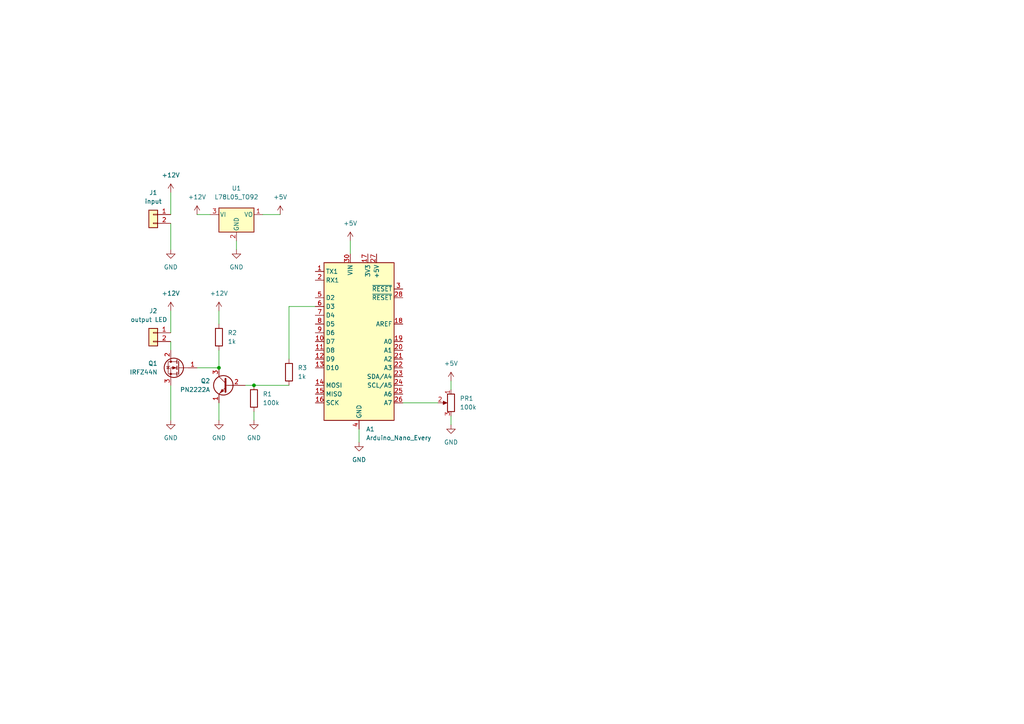
<source format=kicad_sch>
(kicad_sch (version 20230121) (generator eeschema)
  (paper "A4")
  (lib_symbols
    (symbol "Connector_Generic:Conn_01x02" (pin_names (offset 1.016) hide)
      (property "Reference" "J" (at 0 2.54 0))
      (property "Value" "Conn_01x02" (at 0 -5.08 0))
      (symbol "Conn_01x02_1_1"
        (rectangle (start -1.27 -2.413) (end 0 -2.667) (stroke (width 0.1524)))
        (rectangle (start -1.27 0.127) (end 0 -0.127) (stroke (width 0.1524)))
        (rectangle (start -1.27 1.27) (end 1.27 -3.81) (stroke (width 0.254)) (fill (type background)))
        (pin passive line (at -5.08 0 0) (length 3.81) (name "Pin_1") (number "1"))
        (pin passive line (at -5.08 -2.54 0) (length 3.81) (name "Pin_2") (number "2"))
      )
    )
    (symbol "Device:R" (pin_numbers hide) (pin_names (offset 0))
      (property "Reference" "R" (at 2.032 0 90))
      (property "Value" "R" (at 0 0 90))
      (symbol "R_0_1"
        (rectangle (start -1.016 -2.54) (end 1.016 2.54) (stroke (width 0.254)))
      )
      (symbol "R_1_1"
        (pin passive line (at 0 3.81 270) (length 1.27) (name "~") (number "1"))
        (pin passive line (at 0 -3.81 90) (length 1.27) (name "~") (number "2"))
      )
    )
    (symbol "Device:R_Potentiometer" (pin_names (offset 1.016) hide)
      (property "Reference" "RV" (at -4.445 0 90))
      (property "Value" "R_Potentiometer" (at -2.54 0 90))
      (symbol "R_Potentiometer_0_1"
        (polyline (pts (xy 2.54 0) (xy 1.524 0)))
        (polyline (pts (xy 1.143 0) (xy 2.286 0.508) (xy 2.286 -0.508) (xy 1.143 0)) (fill (type outline)))
        (rectangle (start 1.016 2.54) (end -1.016 -2.54) (stroke (width 0.254)))
      )
      (symbol "R_Potentiometer_1_1"
        (pin passive line (at 0 3.81 270) (length 1.27) (name "1") (number "1"))
        (pin passive line (at 3.81 0 180) (length 1.27) (name "2") (number "2"))
        (pin passive line (at 0 -3.81 90) (length 1.27) (name "3") (number "3"))
      )
    )
    (symbol "MCU_Module:Arduino_Nano_Every"
      (property "Reference" "A" (at -10.16 23.495 0))
      (property "Value" "Arduino_Nano_Every" (at 5.08 -24.13 0))
      (symbol "Arduino_Nano_Every_0_1"
        (rectangle (start -10.16 22.86) (end 10.16 -22.86) (stroke (width 0.254)) (fill (type background)))
      )
      (symbol "Arduino_Nano_Every_1_1"
        (pin bidirectional line (at -12.7 20.32 0) (length 2.54) (name "TX1") (number "1"))
        (pin bidirectional line (at -12.7 0 0) (length 2.54) (name "D7") (number "10"))
        (pin bidirectional line (at -12.7 -2.54 0) (length 2.54) (name "D8") (number "11"))
        (pin bidirectional line (at -12.7 -5.08 0) (length 2.54) (name "D9") (number "12"))
        (pin bidirectional line (at -12.7 -7.62 0) (length 2.54) (name "D10") (number "13"))
        (pin bidirectional line (at -12.7 -12.7 0) (length 2.54) (name "MOSI") (number "14"))
        (pin bidirectional line (at -12.7 -15.24 0) (length 2.54) (name "MISO") (number "15"))
        (pin bidirectional line (at -12.7 -17.78 0) (length 2.54) (name "SCK") (number "16"))
        (pin power_out line (at 2.54 25.4 270) (length 2.54) (name "3V3") (number "17"))
        (pin input line (at 12.7 5.08 180) (length 2.54) (name "AREF") (number "18"))
        (pin bidirectional line (at 12.7 0 180) (length 2.54) (name "A0") (number "19"))
        (pin bidirectional line (at -12.7 17.78 0) (length 2.54) (name "RX1") (number "2"))
        (pin bidirectional line (at 12.7 -2.54 180) (length 2.54) (name "A1") (number "20"))
        (pin bidirectional line (at 12.7 -5.08 180) (length 2.54) (name "A2") (number "21"))
        (pin bidirectional line (at 12.7 -7.62 180) (length 2.54) (name "A3") (number "22"))
        (pin bidirectional line (at 12.7 -10.16 180) (length 2.54) (name "SDA/A4") (number "23"))
        (pin bidirectional line (at 12.7 -12.7 180) (length 2.54) (name "SCL/A5") (number "24"))
        (pin bidirectional line (at 12.7 -15.24 180) (length 2.54) (name "A6") (number "25"))
        (pin bidirectional line (at 12.7 -17.78 180) (length 2.54) (name "A7") (number "26"))
        (pin power_out line (at 5.08 25.4 270) (length 2.54) (name "+5V") (number "27"))
        (pin input line (at 12.7 12.7 180) (length 2.54) (name "~{RESET}") (number "28"))
        (pin passive line (at 0 -25.4 90) (length 2.54) hide (name "GND") (number "29"))
        (pin input line (at 12.7 15.24 180) (length 2.54) (name "~{RESET}") (number "3"))
        (pin power_in line (at -2.54 25.4 270) (length 2.54) (name "VIN") (number "30"))
        (pin power_in line (at 0 -25.4 90) (length 2.54) (name "GND") (number "4"))
        (pin bidirectional line (at -12.7 12.7 0) (length 2.54) (name "D2") (number "5"))
        (pin bidirectional line (at -12.7 10.16 0) (length 2.54) (name "D3") (number "6"))
        (pin bidirectional line (at -12.7 7.62 0) (length 2.54) (name "D4") (number "7"))
        (pin bidirectional line (at -12.7 5.08 0) (length 2.54) (name "D5") (number "8"))
        (pin bidirectional line (at -12.7 2.54 0) (length 2.54) (name "D6") (number "9"))
      )
    )
    (symbol "Regulator_Linear:L78L05_TO92" (pin_names (offset 0.254))
      (property "Reference" "U" (at -3.81 3.175 0))
      (property "Value" "L78L05_TO92" (at 0 3.175 0))
      (symbol "L78L05_TO92_0_1"
        (rectangle (start -5.08 -5.08) (end 5.08 1.905) (stroke (width 0.254)) (fill (type background)))
      )
      (symbol "L78L05_TO92_1_1"
        (pin power_out line (at 7.62 0 180) (length 2.54) (name "VO") (number "1"))
        (pin power_in line (at 0 -7.62 90) (length 2.54) (name "GND") (number "2"))
        (pin power_in line (at -7.62 0 0) (length 2.54) (name "VI") (number "3"))
      )
    )
    (symbol "Transistor_BJT:PN2222A" (pin_names (offset 0) hide)
      (property "Reference" "Q" (at 5.08 1.905 0))
      (property "Value" "PN2222A" (at 5.08 0 0))
      (symbol "PN2222A_0_1"
        (polyline (pts (xy 0 0) (xy 0.635 0)))
        (polyline (pts (xy 2.54 -2.54) (xy 0.635 -0.635)))
        (polyline (pts (xy 2.54 2.54) (xy 0.635 0.635)))
        (polyline (pts (xy 0.635 1.905) (xy 0.635 -1.905) (xy 0.635 -1.905)) (stroke (width 0.508)))
        (polyline (pts (xy 2.413 -2.413) (xy 1.905 -1.905) (xy 1.905 -1.905)))
        (polyline (pts (xy 1.143 -1.651) (xy 1.651 -1.143) (xy 2.159 -2.159) (xy 1.143 -1.651) (xy 1.143 -1.651)) (fill (type outline)))
        (circle (center 1.27 0) (radius 2.8194) (stroke (width 0.254)))
      )
      (symbol "PN2222A_1_1"
        (pin passive line (at 2.54 -5.08 90) (length 2.54) (name "E") (number "1"))
        (pin input line (at -5.08 0 0) (length 5.08) (name "B") (number "2"))
        (pin passive line (at 2.54 5.08 270) (length 2.54) (name "C") (number "3"))
      )
    )
    (symbol "Transistor_FET:IRF540N" (pin_names hide)
      (property "Reference" "Q" (at 6.35 1.905 0))
      (property "Value" "IRF540N" (at 6.35 0 0))
      (symbol "IRF540N_0_1"
        (polyline (pts (xy 0.254 0) (xy -2.54 0)))
        (polyline (pts (xy 0.254 1.905) (xy 0.254 -1.905)) (stroke (width 0.254)))
        (polyline (pts (xy 0.762 -1.27) (xy 0.762 -2.286)) (stroke (width 0.254)))
        (polyline (pts (xy 0.762 0.508) (xy 0.762 -0.508)) (stroke (width 0.254)))
        (polyline (pts (xy 0.762 2.286) (xy 0.762 1.27)) (stroke (width 0.254)))
        (polyline (pts (xy 2.54 2.54) (xy 2.54 1.778)))
        (polyline (pts (xy 2.54 -2.54) (xy 2.54 0) (xy 0.762 0)))
        (polyline (pts (xy 0.762 -1.778) (xy 3.302 -1.778) (xy 3.302 1.778) (xy 0.762 1.778)))
        (polyline (pts (xy 1.016 0) (xy 2.032 0.381) (xy 2.032 -0.381) (xy 1.016 0)) (fill (type outline)))
        (polyline (pts (xy 2.794 0.508) (xy 2.921 0.381) (xy 3.683 0.381) (xy 3.81 0.254)))
        (polyline (pts (xy 3.302 0.381) (xy 2.921 -0.254) (xy 3.683 -0.254) (xy 3.302 0.381)))
        (circle (center 1.651 0) (radius 2.794) (stroke (width 0.254)))
        (circle (center 2.54 -1.778) (radius 0.254) (fill (type outline)))
        (circle (center 2.54 1.778) (radius 0.254) (fill (type outline)))
      )
      (symbol "IRF540N_1_1"
        (pin input line (at -5.08 0 0) (length 2.54) (name "G") (number "1"))
        (pin passive line (at 2.54 5.08 270) (length 2.54) (name "D") (number "2"))
        (pin passive line (at 2.54 -5.08 90) (length 2.54) (name "S") (number "3"))
      )
    )
    (symbol "power:+12V" (power) (pin_names (offset 0))
      (property "Value" "+12V" (at 0 3.556 0))
      (symbol "+12V_0_1"
        (polyline (pts (xy -0.762 1.27) (xy 0 2.54)))
        (polyline (pts (xy 0 0) (xy 0 2.54)))
        (polyline (pts (xy 0 2.54) (xy 0.762 1.27)))
      )
      (symbol "+12V_1_1"
        (pin power_in line (at 0 0 90) (length 0) hide (name "+12V") (number "1"))
      )
    )
    (symbol "power:+5V" (power) (pin_names (offset 0))
      (property "Value" "+5V" (at 0 3.556 0))
      (symbol "+5V_0_1"
        (polyline (pts (xy -0.762 1.27) (xy 0 2.54)))
        (polyline (pts (xy 0 0) (xy 0 2.54)))
        (polyline (pts (xy 0 2.54) (xy 0.762 1.27)))
      )
      (symbol "+5V_1_1"
        (pin power_in line (at 0 0 90) (length 0) hide (name "+5V") (number "1"))
      )
    )
    (symbol "power:GND" (power) (pin_names (offset 0))
      (property "Value" "GND" (at 0 -3.81 0))
      (symbol "GND_0_1"
        (polyline (pts (xy 0 0) (xy 0 -1.27) (xy 1.27 -1.27) (xy 0 -2.54) (xy -1.27 -1.27) (xy 0 -1.27)))
      )
      (symbol "GND_1_1"
        (pin power_in line (at 0 0 270) (length 0) hide (name "GND") (number "1"))
      )
    )
  )
  (junction (at 63.5 106.68))
  (junction (at 73.66 111.76))
  (wire (pts (xy 63.5 101.6) (xy 63.5 106.68)))
  (wire (pts (xy 49.53 64.77) (xy 49.53 72.39)))
  (wire (pts (xy 73.66 111.76) (xy 71.12 111.76)))
  (wire (pts (xy 83.82 88.9) (xy 91.44 88.9)))
  (wire (pts (xy 49.53 55.88) (xy 49.53 62.23)))
  (wire (pts (xy 130.81 120.65) (xy 130.81 123.19)))
  (wire (pts (xy 73.66 119.38) (xy 73.66 121.92)))
  (wire (pts (xy 68.58 69.85) (xy 68.58 72.39)))
  (wire (pts (xy 83.82 111.76) (xy 73.66 111.76)))
  (wire (pts (xy 104.14 124.46) (xy 104.14 128.27)))
  (wire (pts (xy 49.53 90.17) (xy 49.53 96.52)))
  (wire (pts (xy 116.84 116.84) (xy 127 116.84)))
  (wire (pts (xy 57.15 62.23) (xy 60.96 62.23)))
  (wire (pts (xy 76.2 62.23) (xy 81.28 62.23)))
  (wire (pts (xy 130.81 110.49) (xy 130.81 113.03)))
  (wire (pts (xy 101.6 69.85) (xy 101.6 73.66)))
  (wire (pts (xy 49.53 111.76) (xy 49.53 121.92)))
  (wire (pts (xy 63.5 121.92) (xy 63.5 116.84)))
  (wire (pts (xy 49.53 99.06) (xy 49.53 101.6)))
  (wire (pts (xy 63.5 90.17) (xy 63.5 93.98)))
  (wire (pts (xy 57.15 106.68) (xy 63.5 106.68)))
  (wire (pts (xy 83.82 88.9) (xy 83.82 104.14)))
  (symbol (lib_id "power:GND") (at 130.81 123.19 0) (unit 1)
    (property "Reference" "#PWR012" (effects hide))
    (property "Value" "GND" (at 130.81 128.27 0))
  )
  (symbol (lib_id "Connector_Generic:Conn_01x02") (at 44.45 62.23 0) (mirror y) (unit 1)
    (property "Reference" "J1" (at 44.45 55.88 0))
    (property "Value" "input" (at 44.45 58.42 0))
  )
  (symbol (lib_id "Device:R") (at 73.66 115.57 0) (unit 1)
    (property "Reference" "R1" (at 76.2 114.3 0) (effects (justify left)))
    (property "Value" "100k" (at 76.2 116.84 0) (effects (justify left)))
  )
  (symbol (lib_id "power:+5V") (at 81.28 62.23 0) (unit 1)
    (property "Reference" "#PWR08" (effects hide))
    (property "Value" "+5V" (at 81.28 57.15 0))
  )
  (symbol (lib_id "Device:R") (at 83.82 107.95 0) (unit 1)
    (property "Reference" "R3" (at 86.36 106.68 0) (effects (justify left)))
    (property "Value" "1k" (at 86.36 109.22 0) (effects (justify left)))
  )
  (symbol (lib_id "power:GND") (at 104.14 128.27 0) (unit 1)
    (property "Reference" "#PWR010" (effects hide))
    (property "Value" "GND" (at 104.14 133.35 0))
  )
  (symbol (lib_id "Regulator_Linear:L78L05_TO92") (at 68.58 62.23 0) (unit 1)
    (property "Reference" "U1" (at 68.58 54.61 0))
    (property "Value" "L78L05_TO92" (at 68.58 57.15 0))
    (property "Footprint" "Package_TO_SOT_THT:TO-92_Inline" (effects hide))
    (property "Datasheet" "http://www.st.com/content/ccc/resource/technical/document/datasheet/15/55/e5/aa/23/5b/43/fd/CD00000446.pdf/files/CD00000446.pdf/jcr:content/translations/en.CD00000446.pdf" (effects hide))
  )
  (symbol (lib_id "power:GND") (at 49.53 121.92 0) (unit 1)
    (property "Reference" "#PWR05" (effects hide))
    (property "Value" "GND" (at 49.53 127 0))
  )
  (symbol (lib_id "power:+5V") (at 130.81 110.49 0) (unit 1)
    (property "Reference" "#PWR011" (effects hide))
    (property "Value" "+5V" (at 130.81 105.41 0))
  )
  (symbol (lib_id "power:GND") (at 73.66 121.92 0) (unit 1)
    (property "Reference" "#PWR07" (effects hide))
    (property "Value" "GND" (at 73.66 127 0))
  )
  (symbol (lib_id "MCU_Module:Arduino_Nano_Every") (at 104.14 99.06 0) (unit 1)
    (property "Reference" "A1" (at 106.1594 124.46 0) (effects (justify left)))
    (property "Value" "Arduino_Nano_Every" (at 106.1594 127 0) (effects (justify left)))
    (property "Footprint" "Module:Arduino_Nano" (effects hide))
    (property "Datasheet" "https://content.arduino.cc/assets/NANOEveryV3.0_sch.pdf" (effects hide))
  )
  (symbol (lib_id "power:GND") (at 49.53 72.39 0) (unit 1)
    (property "Reference" "#PWR02" (effects hide))
    (property "Value" "GND" (at 49.53 77.47 0))
  )
  (symbol (lib_id "power:+12V") (at 63.5 90.17 0) (unit 1)
    (property "Reference" "#PWR014" (effects hide))
    (property "Value" "+12V" (at 63.5 85.09 0))
  )
  (symbol (lib_id "power:GND") (at 63.5 121.92 0) (unit 1)
    (property "Reference" "#PWR013" (effects hide))
    (property "Value" "GND" (at 63.5 127 0))
  )
  (symbol (lib_id "power:+12V") (at 57.15 62.23 0) (unit 1)
    (property "Reference" "#PWR03" (effects hide))
    (property "Value" "+12V" (at 57.15 57.15 0))
  )
  (symbol (lib_id "Device:R_Potentiometer") (at 130.81 116.84 0) (mirror y) (unit 1)
    (property "Reference" "PR1" (at 133.35 115.57 0) (effects (justify right)))
    (property "Value" "100k" (at 133.35 118.11 0) (effects (justify right)))
  )
  (symbol (lib_id "power:GND") (at 68.58 72.39 0) (unit 1)
    (property "Reference" "#PWR06" (effects hide))
    (property "Value" "GND" (at 68.58 77.47 0))
  )
  (symbol (lib_id "Transistor_FET:IRF540N") (at 52.07 106.68 0) (mirror y) (unit 1)
    (property "Reference" "Q1" (at 45.72 105.41 0) (effects (justify left)))
    (property "Value" "IRFZ44N" (at 45.72 107.95 0) (effects (justify left)))
    (property "Footprint" "Package_TO_SOT_THT:TO-220-3_Vertical" (effects hide))
    (property "Datasheet" "http://www.irf.com/product-info/datasheets/data/irf540n.pdf" (effects hide))
  )
  (symbol (lib_id "power:+5V") (at 101.6 69.85 0) (unit 1)
    (property "Reference" "#PWR09" (effects hide))
    (property "Value" "+5V" (at 101.6 64.77 0))
  )
  (symbol (lib_id "power:+12V") (at 49.53 55.88 0) (unit 1)
    (property "Reference" "#PWR01" (effects hide))
    (property "Value" "+12V" (at 49.53 50.8 0))
  )
  (symbol (lib_id "power:+12V") (at 49.53 90.17 0) (unit 1)
    (property "Reference" "#PWR04" (effects hide))
    (property "Value" "+12V" (at 49.53 85.09 0))
  )
  (symbol (lib_id "Connector_Generic:Conn_01x02") (at 44.45 96.52 0) (mirror y) (unit 1)
    (property "Reference" "J2" (at 44.45 90.17 0))
    (property "Value" "output LED" (at 43.18 92.71 0))
  )
  (symbol (lib_id "Transistor_BJT:PN2222A") (at 66.04 111.76 0) (mirror y) (unit 1)
    (property "Reference" "Q2" (at 60.96 110.49 0) (effects (justify left)))
    (property "Value" "PN2222A" (at 60.96 113.03 0) (effects (justify left)))
    (property "Footprint" "Package_TO_SOT_THT:TO-92_Inline" (effects hide))
    (property "Datasheet" "https://www.onsemi.com/pub/Collateral/PN2222-D.PDF" (effects hide))
  )
  (symbol (lib_id "Device:R") (at 63.5 97.79 0) (unit 1)
    (property "Reference" "R2" (at 66.04 96.52 0) (effects (justify left)))
    (property "Value" "1k" (at 66.04 99.06 0) (effects (justify left)))
  )
)
</source>
